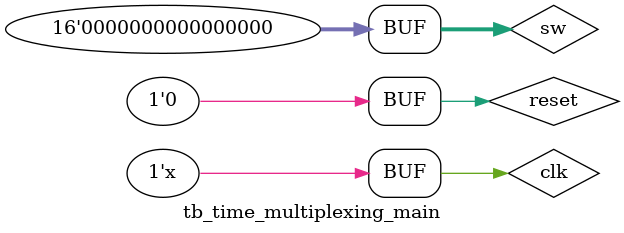
<source format=v>
`timescale 1ns / 1ps


module tb_time_multiplexing_main;

reg clk;
reg reset;
reg[15:0] sw;
wire[3:0] an;
wire[6:0] sseg;

time_multiplexing_main uut (
    .clk(clk),
    .reset(reset),
    .sw(sw),
    .an(an),
    .sseg(sseg)
);

initial begin

clk = 0;
reset = 1;
sw = 0;

#50;

reset = 0;
sw = 16'h3210;

#50;

sw = 16'h7654;

#50;

sw = 16'hBA98;

#50;

sw = 16'hFEDC;

#50;

sw = 16'h5555;
reset = 1;

#100;

reset = 0;

#50;

sw = 16'h0000;


end

always
#5 clk = ~clk;

endmodule

</source>
